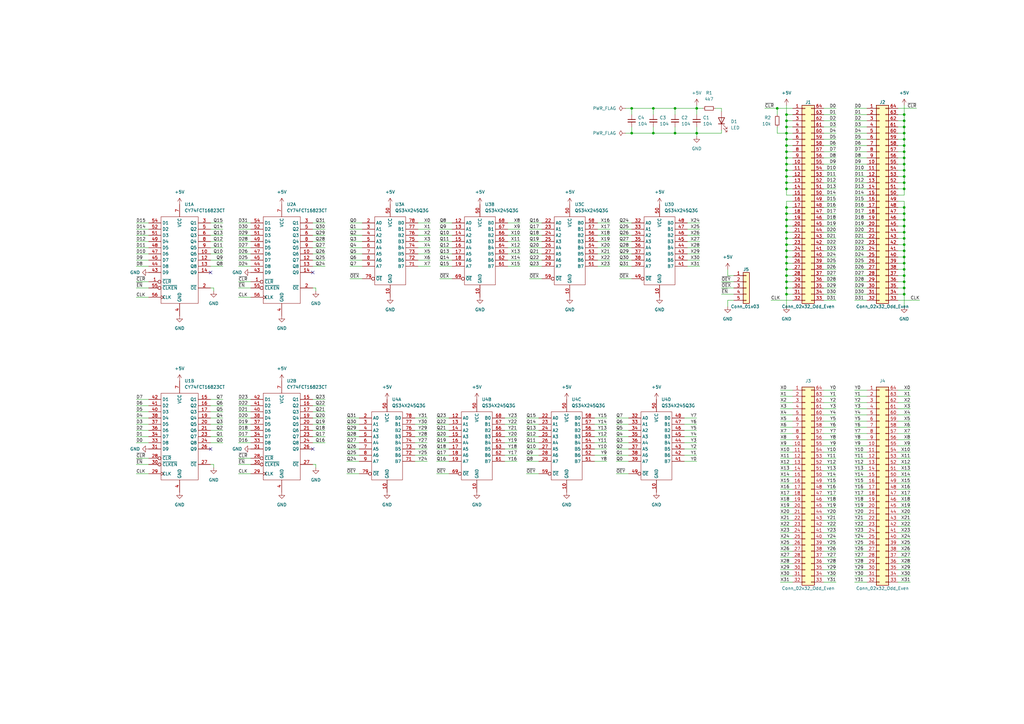
<source format=kicad_sch>
(kicad_sch (version 20211123) (generator eeschema)
  (paper "A3")
  (title_block (title "TTL RISC-V Register FIle -- Single Register") (date "2022-07-17") (rev "v1.0"))
  (junction (at 285.75 54.61))
  (junction (at 370.84 92.71))
  (junction (at 322.58 95.25))
  (junction (at 322.58 120.65))
  (junction (at 370.84 57.15))
  (junction (at 370.84 105.41))
  (junction (at 370.84 102.87))
  (junction (at 322.58 52.07))
  (junction (at 322.58 118.11))
  (junction (at 285.75 44.45))
  (junction (at 370.84 110.49))
  (junction (at 370.84 62.23))
  (junction (at 370.84 85.09))
  (junction (at 322.58 85.09))
  (junction (at 370.84 59.69))
  (junction (at 370.84 52.07))
  (junction (at 370.84 115.57))
  (junction (at 267.97 54.61))
  (junction (at 322.58 64.77))
  (junction (at 370.84 77.47))
  (junction (at 370.84 87.63))
  (junction (at 322.58 72.39))
  (junction (at 322.58 59.69))
  (junction (at 370.84 67.31))
  (junction (at 370.84 90.17))
  (junction (at 276.86 54.61))
  (junction (at 322.58 69.85))
  (junction (at 322.58 107.95))
  (junction (at 259.08 44.45))
  (junction (at 322.58 115.57))
  (junction (at 322.58 57.15))
  (junction (at 370.84 69.85))
  (junction (at 370.84 72.39))
  (junction (at 322.58 90.17))
  (junction (at 370.84 54.61))
  (junction (at 370.84 113.03))
  (junction (at 322.58 54.61))
  (junction (at 322.58 113.03))
  (junction (at 370.84 74.93))
  (junction (at 322.58 102.87))
  (junction (at 370.84 95.25))
  (junction (at 370.84 46.99))
  (junction (at 370.84 100.33))
  (junction (at 322.58 97.79))
  (junction (at 370.84 49.53))
  (junction (at 322.58 100.33))
  (junction (at 322.58 67.31))
  (junction (at 322.58 62.23))
  (junction (at 370.84 118.11))
  (junction (at 370.84 120.65))
  (junction (at 322.58 49.53))
  (junction (at 370.84 97.79))
  (junction (at 267.97 44.45))
  (junction (at 370.84 107.95))
  (junction (at 318.77 44.45))
  (junction (at 322.58 74.93))
  (junction (at 276.86 44.45))
  (junction (at 322.58 92.71))
  (junction (at 322.58 110.49))
  (junction (at 322.58 77.47))
  (junction (at 259.08 54.61))
  (junction (at 322.58 46.99))
  (junction (at 370.84 64.77))
  (junction (at 322.58 87.63))
  (junction (at 322.58 105.41))
  (no_connect (at 86.36 111.76))
  (no_connect (at 86.36 184.15))
  (no_connect (at 128.27 111.76))
  (no_connect (at 128.27 184.15))
  (wire (pts (xy 143.51 104.14) (xy 148.59 104.14)))
  (wire (pts (xy 55.88 106.68) (xy 60.96 106.68)))
  (wire (pts (xy 350.52 74.93) (xy 355.6 74.93)))
  (wire (pts (xy 355.6 220.98) (xy 350.52 220.98)))
  (wire (pts (xy 320.04 203.2) (xy 325.12 203.2)))
  (wire (pts (xy 320.04 200.66) (xy 325.12 200.66)))
  (wire (pts (xy 245.11 101.6) (xy 250.19 101.6)))
  (wire (pts (xy 373.38 208.28) (xy 368.3 208.28)))
  (wire (pts (xy 128.27 99.06) (xy 133.35 99.06)))
  (wire (pts (xy 55.88 163.83) (xy 60.96 163.83)))
  (wire (pts (xy 368.3 107.95) (xy 370.84 107.95)))
  (wire (pts (xy 207.01 186.69) (xy 212.09 186.69)))
  (wire (pts (xy 322.58 52.07) (xy 325.12 52.07)))
  (wire (pts (xy 254 91.44) (xy 259.08 91.44)))
  (wire (pts (xy 267.97 44.45) (xy 267.97 46.99)))
  (wire (pts (xy 97.79 106.68) (xy 102.87 106.68)))
  (wire (pts (xy 128.27 173.99) (xy 133.35 173.99)))
  (wire (pts (xy 322.58 82.55) (xy 322.58 85.09)))
  (wire (pts (xy 245.11 91.44) (xy 250.19 91.44)))
  (wire (pts (xy 368.3 105.41) (xy 370.84 105.41)))
  (wire (pts (xy 295.91 120.65) (xy 300.99 120.65)))
  (wire (pts (xy 325.12 113.03) (xy 322.58 113.03)))
  (wire (pts (xy 373.38 210.82) (xy 368.3 210.82)))
  (wire (pts (xy 320.04 193.04) (xy 325.12 193.04)))
  (wire (pts (xy 355.6 236.22) (xy 350.52 236.22)))
  (wire (pts (xy 350.52 113.03) (xy 355.6 113.03)))
  (wire (pts (xy 322.58 59.69) (xy 325.12 59.69)))
  (wire (pts (xy 355.6 218.44) (xy 350.52 218.44)))
  (wire (pts (xy 281.94 99.06) (xy 287.02 99.06)))
  (wire (pts (xy 128.27 104.14) (xy 133.35 104.14)))
  (wire (pts (xy 342.9 64.77) (xy 337.82 64.77)))
  (wire (pts (xy 128.27 171.45) (xy 133.35 171.45)))
  (wire (pts (xy 316.23 123.19) (xy 325.12 123.19)))
  (wire (pts (xy 208.28 106.68) (xy 213.36 106.68)))
  (wire (pts (xy 215.9 171.45) (xy 220.98 171.45)))
  (wire (pts (xy 370.84 118.11) (xy 370.84 120.65)))
  (wire (pts (xy 370.84 115.57) (xy 370.84 118.11)))
  (wire (pts (xy 320.04 228.6) (xy 325.12 228.6)))
  (wire (pts (xy 355.6 187.96) (xy 350.52 187.96)))
  (wire (pts (xy 280.67 186.69) (xy 285.75 186.69)))
  (wire (pts (xy 128.27 181.61) (xy 133.35 181.61)))
  (wire (pts (xy 86.36 91.44) (xy 91.44 91.44)))
  (wire (pts (xy 373.38 236.22) (xy 368.3 236.22)))
  (wire (pts (xy 373.38 231.14) (xy 368.3 231.14)))
  (wire (pts (xy 86.36 173.99) (xy 91.44 173.99)))
  (wire (pts (xy 325.12 90.17) (xy 322.58 90.17)))
  (wire (pts (xy 97.79 176.53) (xy 102.87 176.53)))
  (wire (pts (xy 322.58 87.63) (xy 322.58 90.17)))
  (wire (pts (xy 86.36 99.06) (xy 91.44 99.06)))
  (wire (pts (xy 342.9 49.53) (xy 337.82 49.53)))
  (wire (pts (xy 350.52 80.01) (xy 355.6 80.01)))
  (wire (pts (xy 243.84 184.15) (xy 248.92 184.15)))
  (wire (pts (xy 322.58 46.99) (xy 322.58 49.53)))
  (wire (pts (xy 322.58 57.15) (xy 325.12 57.15)))
  (wire (pts (xy 280.67 184.15) (xy 285.75 184.15)))
  (wire (pts (xy 320.04 233.68) (xy 325.12 233.68)))
  (wire (pts (xy 252.73 181.61) (xy 257.81 181.61)))
  (wire (pts (xy 337.82 180.34) (xy 342.9 180.34)))
  (wire (pts (xy 370.84 49.53) (xy 368.3 49.53)))
  (wire (pts (xy 322.58 92.71) (xy 322.58 95.25)))
  (wire (pts (xy 350.52 67.31) (xy 355.6 67.31)))
  (wire (pts (xy 142.24 171.45) (xy 147.32 171.45)))
  (wire (pts (xy 322.58 85.09) (xy 325.12 85.09)))
  (wire (pts (xy 337.82 215.9) (xy 342.9 215.9)))
  (wire (pts (xy 337.82 205.74) (xy 342.9 205.74)))
  (wire (pts (xy 143.51 93.98) (xy 148.59 93.98)))
  (wire (pts (xy 342.9 54.61) (xy 337.82 54.61)))
  (wire (pts (xy 207.01 173.99) (xy 212.09 173.99)))
  (wire (pts (xy 322.58 49.53) (xy 322.58 52.07)))
  (wire (pts (xy 322.58 100.33) (xy 322.58 102.87)))
  (wire (pts (xy 355.6 228.6) (xy 350.52 228.6)))
  (wire (pts (xy 97.79 179.07) (xy 102.87 179.07)))
  (wire (pts (xy 350.52 105.41) (xy 355.6 105.41)))
  (wire (pts (xy 355.6 182.88) (xy 350.52 182.88)))
  (wire (pts (xy 180.34 99.06) (xy 185.42 99.06)))
  (wire (pts (xy 320.04 205.74) (xy 325.12 205.74)))
  (wire (pts (xy 342.9 113.03) (xy 337.82 113.03)))
  (wire (pts (xy 373.38 198.12) (xy 368.3 198.12)))
  (wire (pts (xy 171.45 104.14) (xy 176.53 104.14)))
  (wire (pts (xy 86.36 106.68) (xy 91.44 106.68)))
  (wire (pts (xy 355.6 160.02) (xy 350.52 160.02)))
  (wire (pts (xy 350.52 59.69) (xy 355.6 59.69)))
  (wire (pts (xy 342.9 77.47) (xy 337.82 77.47)))
  (wire (pts (xy 342.9 57.15) (xy 337.82 57.15)))
  (wire (pts (xy 322.58 115.57) (xy 322.58 118.11)))
  (wire (pts (xy 171.45 96.52) (xy 176.53 96.52)))
  (wire (pts (xy 97.79 121.92) (xy 102.87 121.92)))
  (wire (pts (xy 142.24 176.53) (xy 147.32 176.53)))
  (wire (pts (xy 373.38 226.06) (xy 368.3 226.06)))
  (wire (pts (xy 254 101.6) (xy 259.08 101.6)))
  (wire (pts (xy 143.51 91.44) (xy 148.59 91.44)))
  (wire (pts (xy 97.79 187.96) (xy 102.87 187.96)))
  (wire (pts (xy 370.84 97.79) (xy 368.3 97.79)))
  (wire (pts (xy 86.36 190.5) (xy 87.63 190.5)))
  (wire (pts (xy 322.58 49.53) (xy 325.12 49.53)))
  (wire (pts (xy 245.11 104.14) (xy 250.19 104.14)))
  (wire (pts (xy 368.3 64.77) (xy 370.84 64.77)))
  (wire (pts (xy 295.91 44.45) (xy 295.91 45.72)))
  (wire (pts (xy 355.6 223.52) (xy 350.52 223.52)))
  (wire (pts (xy 373.38 205.74) (xy 368.3 205.74)))
  (wire (pts (xy 318.77 54.61) (xy 322.58 54.61)))
  (wire (pts (xy 370.84 113.03) (xy 370.84 115.57)))
  (wire (pts (xy 342.9 110.49) (xy 337.82 110.49)))
  (wire (pts (xy 142.24 186.69) (xy 147.32 186.69)))
  (wire (pts (xy 295.91 115.57) (xy 300.99 115.57)))
  (wire (pts (xy 86.36 176.53) (xy 91.44 176.53)))
  (wire (pts (xy 322.58 57.15) (xy 322.58 59.69)))
  (wire (pts (xy 320.04 167.64) (xy 325.12 167.64)))
  (wire (pts (xy 355.6 165.1) (xy 350.52 165.1)))
  (wire (pts (xy 259.08 44.45) (xy 267.97 44.45)))
  (wire (pts (xy 322.58 107.95) (xy 322.58 110.49)))
  (wire (pts (xy 86.36 181.61) (xy 91.44 181.61)))
  (wire (pts (xy 259.08 44.45) (xy 259.08 46.99)))
  (wire (pts (xy 276.86 44.45) (xy 276.86 46.99)))
  (wire (pts (xy 355.6 200.66) (xy 350.52 200.66)))
  (wire (pts (xy 281.94 91.44) (xy 287.02 91.44)))
  (wire (pts (xy 342.9 95.25) (xy 337.82 95.25)))
  (wire (pts (xy 128.27 163.83) (xy 133.35 163.83)))
  (wire (pts (xy 373.38 170.18) (xy 368.3 170.18)))
  (wire (pts (xy 322.58 92.71) (xy 325.12 92.71)))
  (wire (pts (xy 86.36 171.45) (xy 91.44 171.45)))
  (wire (pts (xy 355.6 238.76) (xy 350.52 238.76)))
  (wire (pts (xy 55.88 166.37) (xy 60.96 166.37)))
  (wire (pts (xy 215.9 176.53) (xy 220.98 176.53)))
  (wire (pts (xy 86.36 101.6) (xy 91.44 101.6)))
  (wire (pts (xy 350.52 107.95) (xy 355.6 107.95)))
  (wire (pts (xy 252.73 171.45) (xy 257.81 171.45)))
  (wire (pts (xy 370.84 54.61) (xy 368.3 54.61)))
  (wire (pts (xy 373.38 180.34) (xy 368.3 180.34)))
  (wire (pts (xy 55.88 91.44) (xy 60.96 91.44)))
  (wire (pts (xy 342.9 69.85) (xy 337.82 69.85)))
  (wire (pts (xy 320.04 238.76) (xy 325.12 238.76)))
  (wire (pts (xy 170.18 186.69) (xy 175.26 186.69)))
  (wire (pts (xy 342.9 87.63) (xy 337.82 87.63)))
  (wire (pts (xy 320.04 177.8) (xy 325.12 177.8)))
  (wire (pts (xy 342.9 107.95) (xy 337.82 107.95)))
  (wire (pts (xy 217.17 96.52) (xy 222.25 96.52)))
  (wire (pts (xy 243.84 179.07) (xy 248.92 179.07)))
  (wire (pts (xy 320.04 175.26) (xy 325.12 175.26)))
  (wire (pts (xy 342.9 62.23) (xy 337.82 62.23)))
  (wire (pts (xy 171.45 99.06) (xy 176.53 99.06)))
  (wire (pts (xy 281.94 106.68) (xy 287.02 106.68)))
  (wire (pts (xy 373.38 187.96) (xy 368.3 187.96)))
  (wire (pts (xy 179.07 186.69) (xy 184.15 186.69)))
  (wire (pts (xy 368.3 115.57) (xy 370.84 115.57)))
  (wire (pts (xy 207.01 189.23) (xy 212.09 189.23)))
  (wire (pts (xy 368.3 120.65) (xy 370.84 120.65)))
  (wire (pts (xy 337.82 187.96) (xy 342.9 187.96)))
  (wire (pts (xy 320.04 185.42) (xy 325.12 185.42)))
  (wire (pts (xy 97.79 166.37) (xy 102.87 166.37)))
  (wire (pts (xy 373.38 165.1) (xy 368.3 165.1)))
  (wire (pts (xy 171.45 93.98) (xy 176.53 93.98)))
  (wire (pts (xy 320.04 198.12) (xy 325.12 198.12)))
  (wire (pts (xy 285.75 44.45) (xy 285.75 46.99)))
  (wire (pts (xy 207.01 171.45) (xy 212.09 171.45)))
  (wire (pts (xy 342.9 120.65) (xy 337.82 120.65)))
  (wire (pts (xy 370.84 59.69) (xy 370.84 62.23)))
  (wire (pts (xy 143.51 101.6) (xy 148.59 101.6)))
  (wire (pts (xy 285.75 54.61) (xy 285.75 55.88)))
  (wire (pts (xy 128.27 109.22) (xy 133.35 109.22)))
  (wire (pts (xy 322.58 67.31) (xy 325.12 67.31)))
  (wire (pts (xy 370.84 77.47) (xy 370.84 80.01)))
  (wire (pts (xy 337.82 218.44) (xy 342.9 218.44)))
  (wire (pts (xy 373.38 190.5) (xy 368.3 190.5)))
  (wire (pts (xy 320.04 213.36) (xy 325.12 213.36)))
  (wire (pts (xy 325.12 110.49) (xy 322.58 110.49)))
  (wire (pts (xy 342.9 52.07) (xy 337.82 52.07)))
  (wire (pts (xy 370.84 85.09) (xy 368.3 85.09)))
  (wire (pts (xy 350.52 82.55) (xy 355.6 82.55)))
  (wire (pts (xy 322.58 52.07) (xy 322.58 54.61)))
  (wire (pts (xy 245.11 93.98) (xy 250.19 93.98)))
  (wire (pts (xy 320.04 208.28) (xy 325.12 208.28)))
  (wire (pts (xy 322.58 110.49) (xy 322.58 113.03)))
  (wire (pts (xy 355.6 175.26) (xy 350.52 175.26)))
  (wire (pts (xy 128.27 106.68) (xy 133.35 106.68)))
  (wire (pts (xy 342.9 44.45) (xy 337.82 44.45)))
  (wire (pts (xy 320.04 162.56) (xy 325.12 162.56)))
  (wire (pts (xy 97.79 118.11) (xy 102.87 118.11)))
  (wire (pts (xy 373.38 185.42) (xy 368.3 185.42)))
  (wire (pts (xy 256.54 44.45) (xy 259.08 44.45)))
  (wire (pts (xy 355.6 195.58) (xy 350.52 195.58)))
  (wire (pts (xy 337.82 167.64) (xy 342.9 167.64)))
  (wire (pts (xy 142.24 184.15) (xy 147.32 184.15)))
  (wire (pts (xy 342.9 92.71) (xy 337.82 92.71)))
  (wire (pts (xy 55.88 194.31) (xy 60.96 194.31)))
  (wire (pts (xy 370.84 69.85) (xy 368.3 69.85)))
  (wire (pts (xy 350.52 118.11) (xy 355.6 118.11)))
  (wire (pts (xy 281.94 101.6) (xy 287.02 101.6)))
  (wire (pts (xy 243.84 173.99) (xy 248.92 173.99)))
  (wire (pts (xy 355.6 210.82) (xy 350.52 210.82)))
  (wire (pts (xy 267.97 54.61) (xy 276.86 54.61)))
  (wire (pts (xy 342.9 123.19) (xy 337.82 123.19)))
  (wire (pts (xy 86.36 96.52) (xy 91.44 96.52)))
  (wire (pts (xy 128.27 118.11) (xy 129.54 118.11)))
  (wire (pts (xy 350.52 49.53) (xy 355.6 49.53)))
  (wire (pts (xy 355.6 177.8) (xy 350.52 177.8)))
  (wire (pts (xy 370.84 46.99) (xy 370.84 49.53)))
  (wire (pts (xy 370.84 43.18) (xy 370.84 46.99)))
  (wire (pts (xy 337.82 208.28) (xy 342.9 208.28)))
  (wire (pts (xy 322.58 64.77) (xy 322.58 67.31)))
  (wire (pts (xy 55.88 173.99) (xy 60.96 173.99)))
  (wire (pts (xy 355.6 198.12) (xy 350.52 198.12)))
  (wire (pts (xy 86.36 118.11) (xy 87.63 118.11)))
  (wire (pts (xy 373.38 172.72) (xy 368.3 172.72)))
  (wire (pts (xy 325.12 105.41) (xy 322.58 105.41)))
  (wire (pts (xy 320.04 218.44) (xy 325.12 218.44)))
  (wire (pts (xy 170.18 179.07) (xy 175.26 179.07)))
  (wire (pts (xy 252.73 176.53) (xy 257.81 176.53)))
  (wire (pts (xy 370.84 72.39) (xy 370.84 74.93)))
  (wire (pts (xy 350.52 77.47) (xy 355.6 77.47)))
  (wire (pts (xy 179.07 184.15) (xy 184.15 184.15)))
  (wire (pts (xy 97.79 93.98) (xy 102.87 93.98)))
  (wire (pts (xy 252.73 189.23) (xy 257.81 189.23)))
  (wire (pts (xy 350.52 69.85) (xy 355.6 69.85)))
  (wire (pts (xy 128.27 179.07) (xy 133.35 179.07)))
  (wire (pts (xy 370.84 80.01) (xy 368.3 80.01)))
  (wire (pts (xy 97.79 163.83) (xy 102.87 163.83)))
  (wire (pts (xy 337.82 162.56) (xy 342.9 162.56)))
  (wire (pts (xy 370.84 92.71) (xy 368.3 92.71)))
  (wire (pts (xy 320.04 210.82) (xy 325.12 210.82)))
  (wire (pts (xy 97.79 91.44) (xy 102.87 91.44)))
  (wire (pts (xy 370.84 62.23) (xy 370.84 64.77)))
  (wire (pts (xy 355.6 185.42) (xy 350.52 185.42)))
  (wire (pts (xy 128.27 168.91) (xy 133.35 168.91)))
  (wire (pts (xy 342.9 72.39) (xy 337.82 72.39)))
  (wire (pts (xy 86.36 168.91) (xy 91.44 168.91)))
  (wire (pts (xy 322.58 72.39) (xy 325.12 72.39)))
  (wire (pts (xy 55.88 104.14) (xy 60.96 104.14)))
  (wire (pts (xy 350.52 52.07) (xy 355.6 52.07)))
  (wire (pts (xy 97.79 181.61) (xy 102.87 181.61)))
  (wire (pts (xy 281.94 104.14) (xy 287.02 104.14)))
  (wire (pts (xy 252.73 184.15) (xy 257.81 184.15)))
  (wire (pts (xy 281.94 109.22) (xy 287.02 109.22)))
  (wire (pts (xy 243.84 189.23) (xy 248.92 189.23)))
  (wire (pts (xy 337.82 226.06) (xy 342.9 226.06)))
  (wire (pts (xy 370.84 64.77) (xy 370.84 67.31)))
  (wire (pts (xy 370.84 82.55) (xy 370.84 85.09)))
  (wire (pts (xy 208.28 93.98) (xy 213.36 93.98)))
  (wire (pts (xy 180.34 91.44) (xy 185.42 91.44)))
  (wire (pts (xy 128.27 101.6) (xy 133.35 101.6)))
  (wire (pts (xy 373.38 167.64) (xy 368.3 167.64)))
  (wire (pts (xy 350.52 102.87) (xy 355.6 102.87)))
  (wire (pts (xy 86.36 163.83) (xy 91.44 163.83)))
  (wire (pts (xy 215.9 194.31) (xy 220.98 194.31)))
  (wire (pts (xy 325.12 115.57) (xy 322.58 115.57)))
  (wire (pts (xy 208.28 99.06) (xy 213.36 99.06)))
  (wire (pts (xy 215.9 173.99) (xy 220.98 173.99)))
  (wire (pts (xy 298.45 113.03) (xy 300.99 113.03)))
  (wire (pts (xy 217.17 104.14) (xy 222.25 104.14)))
  (wire (pts (xy 208.28 104.14) (xy 213.36 104.14)))
  (wire (pts (xy 322.58 43.18) (xy 322.58 46.99)))
  (wire (pts (xy 313.69 44.45) (xy 318.77 44.45)))
  (wire (pts (xy 322.58 72.39) (xy 322.58 74.93)))
  (wire (pts (xy 276.86 54.61) (xy 285.75 54.61)))
  (wire (pts (xy 350.52 64.77) (xy 355.6 64.77)))
  (wire (pts (xy 128.27 91.44) (xy 133.35 91.44)))
  (wire (pts (xy 370.84 54.61) (xy 370.84 57.15)))
  (wire (pts (xy 180.34 96.52) (xy 185.42 96.52)))
  (wire (pts (xy 350.52 54.61) (xy 355.6 54.61)))
  (wire (pts (xy 322.58 97.79) (xy 325.12 97.79)))
  (wire (pts (xy 267.97 44.45) (xy 276.86 44.45)))
  (wire (pts (xy 370.84 69.85) (xy 370.84 72.39)))
  (wire (pts (xy 322.58 67.31) (xy 322.58 69.85)))
  (wire (pts (xy 322.58 120.65) (xy 322.58 125.73)))
  (wire (pts (xy 325.12 87.63) (xy 322.58 87.63)))
  (wire (pts (xy 254 99.06) (xy 259.08 99.06)))
  (wire (pts (xy 337.82 223.52) (xy 342.9 223.52)))
  (wire (pts (xy 285.75 43.18) (xy 285.75 44.45)))
  (wire (pts (xy 337.82 182.88) (xy 342.9 182.88)))
  (wire (pts (xy 322.58 77.47) (xy 325.12 77.47)))
  (wire (pts (xy 370.84 87.63) (xy 370.84 90.17)))
  (wire (pts (xy 320.04 160.02) (xy 325.12 160.02)))
  (wire (pts (xy 337.82 170.18) (xy 342.9 170.18)))
  (wire (pts (xy 298.45 123.19) (xy 300.99 123.19)))
  (wire (pts (xy 128.27 190.5) (xy 129.54 190.5)))
  (wire (pts (xy 350.52 110.49) (xy 355.6 110.49)))
  (wire (pts (xy 86.36 166.37) (xy 91.44 166.37)))
  (wire (pts (xy 370.84 72.39) (xy 368.3 72.39)))
  (wire (pts (xy 180.34 114.3) (xy 185.42 114.3)))
  (wire (pts (xy 337.82 172.72) (xy 342.9 172.72)))
  (wire (pts (xy 171.45 101.6) (xy 176.53 101.6)))
  (wire (pts (xy 322.58 90.17) (xy 322.58 92.71)))
  (wire (pts (xy 281.94 96.52) (xy 287.02 96.52)))
  (wire (pts (xy 180.34 101.6) (xy 185.42 101.6)))
  (wire (pts (xy 320.04 223.52) (xy 325.12 223.52)))
  (wire (pts (xy 259.08 52.07) (xy 259.08 54.61)))
  (wire (pts (xy 55.88 176.53) (xy 60.96 176.53)))
  (wire (pts (xy 373.38 218.44) (xy 368.3 218.44)))
  (wire (pts (xy 350.52 123.19) (xy 355.6 123.19)))
  (wire (pts (xy 325.12 120.65) (xy 322.58 120.65)))
  (wire (pts (xy 373.38 233.68) (xy 368.3 233.68)))
  (wire (pts (xy 322.58 97.79) (xy 322.58 100.33)))
  (wire (pts (xy 350.52 95.25) (xy 355.6 95.25)))
  (wire (pts (xy 325.12 64.77) (xy 322.58 64.77)))
  (wire (pts (xy 254 106.68) (xy 259.08 106.68)))
  (wire (pts (xy 355.6 215.9) (xy 350.52 215.9)))
  (wire (pts (xy 87.63 118.11) (xy 87.63 119.38)))
  (wire (pts (xy 318.77 44.45) (xy 325.12 44.45)))
  (wire (pts (xy 143.51 96.52) (xy 148.59 96.52)))
  (wire (pts (xy 373.38 215.9) (xy 368.3 215.9)))
  (wire (pts (xy 320.04 187.96) (xy 325.12 187.96)))
  (wire (pts (xy 215.9 189.23) (xy 220.98 189.23)))
  (wire (pts (xy 373.38 238.76) (xy 368.3 238.76)))
  (wire (pts (xy 142.24 189.23) (xy 147.32 189.23)))
  (wire (pts (xy 337.82 233.68) (xy 342.9 233.68)))
  (wire (pts (xy 55.88 99.06) (xy 60.96 99.06)))
  (wire (pts (xy 337.82 175.26) (xy 342.9 175.26)))
  (wire (pts (xy 128.27 93.98) (xy 133.35 93.98)))
  (wire (pts (xy 373.38 213.36) (xy 368.3 213.36)))
  (wire (pts (xy 143.51 114.3) (xy 148.59 114.3)))
  (wire (pts (xy 373.38 175.26) (xy 368.3 175.26)))
  (wire (pts (xy 207.01 176.53) (xy 212.09 176.53)))
  (wire (pts (xy 355.6 193.04) (xy 350.52 193.04)))
  (wire (pts (xy 350.52 100.33) (xy 355.6 100.33)))
  (wire (pts (xy 215.9 181.61) (xy 220.98 181.61)))
  (wire (pts (xy 280.67 181.61) (xy 285.75 181.61)))
  (wire (pts (xy 370.84 95.25) (xy 370.84 97.79)))
  (wire (pts (xy 322.58 95.25) (xy 322.58 97.79)))
  (wire (pts (xy 256.54 54.61) (xy 259.08 54.61)))
  (wire (pts (xy 370.84 92.71) (xy 370.84 95.25)))
  (wire (pts (xy 97.79 99.06) (xy 102.87 99.06)))
  (wire (pts (xy 337.82 228.6) (xy 342.9 228.6)))
  (wire (pts (xy 337.82 220.98) (xy 342.9 220.98)))
  (wire (pts (xy 350.52 120.65) (xy 355.6 120.65)))
  (wire (pts (xy 355.6 233.68) (xy 350.52 233.68)))
  (wire (pts (xy 245.11 99.06) (xy 250.19 99.06)))
  (wire (pts (xy 170.18 176.53) (xy 175.26 176.53)))
  (wire (pts (xy 342.9 90.17) (xy 337.82 90.17)))
  (wire (pts (xy 370.84 100.33) (xy 368.3 100.33)))
  (wire (pts (xy 373.38 193.04) (xy 368.3 193.04)))
  (wire (pts (xy 55.88 179.07) (xy 60.96 179.07)))
  (wire (pts (xy 373.38 162.56) (xy 368.3 162.56)))
  (wire (pts (xy 355.6 208.28) (xy 350.52 208.28)))
  (wire (pts (xy 280.67 173.99) (xy 285.75 173.99)))
  (wire (pts (xy 143.51 109.22) (xy 148.59 109.22)))
  (wire (pts (xy 337.82 236.22) (xy 342.9 236.22)))
  (wire (pts (xy 342.9 115.57) (xy 337.82 115.57)))
  (wire (pts (xy 215.9 186.69) (xy 220.98 186.69)))
  (wire (pts (xy 342.9 46.99) (xy 337.82 46.99)))
  (wire (pts (xy 355.6 226.06) (xy 350.52 226.06)))
  (wire (pts (xy 179.07 194.31) (xy 184.15 194.31)))
  (wire (pts (xy 342.9 85.09) (xy 337.82 85.09)))
  (wire (pts (xy 350.52 46.99) (xy 355.6 46.99)))
  (wire (pts (xy 128.27 166.37) (xy 133.35 166.37)))
  (wire (pts (xy 350.52 44.45) (xy 355.6 44.45)))
  (wire (pts (xy 370.84 57.15) (xy 368.3 57.15)))
  (wire (pts (xy 368.3 102.87) (xy 370.84 102.87)))
  (wire (pts (xy 370.84 90.17) (xy 370.84 92.71)))
  (wire (pts (xy 350.52 97.79) (xy 355.6 97.79)))
  (wire (pts (xy 280.67 176.53) (xy 285.75 176.53)))
  (wire (pts (xy 342.9 100.33) (xy 337.82 100.33)))
  (wire (pts (xy 325.12 107.95) (xy 322.58 107.95)))
  (wire (pts (xy 207.01 184.15) (xy 212.09 184.15)))
  (wire (pts (xy 55.88 109.22) (xy 60.96 109.22)))
  (wire (pts (xy 245.11 96.52) (xy 250.19 96.52)))
  (wire (pts (xy 243.84 176.53) (xy 248.92 176.53)))
  (wire (pts (xy 373.38 223.52) (xy 368.3 223.52)))
  (wire (pts (xy 320.04 182.88) (xy 325.12 182.88)))
  (wire (pts (xy 350.52 115.57) (xy 355.6 115.57)))
  (wire (pts (xy 129.54 118.11) (xy 129.54 119.38)))
  (wire (pts (xy 370.84 59.69) (xy 368.3 59.69)))
  (wire (pts (xy 280.67 179.07) (xy 285.75 179.07)))
  (wire (pts (xy 217.17 101.6) (xy 222.25 101.6)))
  (wire (pts (xy 370.84 110.49) (xy 370.84 113.03)))
  (wire (pts (xy 97.79 171.45) (xy 102.87 171.45)))
  (wire (pts (xy 337.82 238.76) (xy 342.9 238.76)))
  (wire (pts (xy 207.01 181.61) (xy 212.09 181.61)))
  (wire (pts (xy 170.18 171.45) (xy 175.26 171.45)))
  (wire (pts (xy 285.75 52.07) (xy 285.75 54.61)))
  (wire (pts (xy 350.52 90.17) (xy 355.6 90.17)))
  (wire (pts (xy 320.04 231.14) (xy 325.12 231.14)))
  (wire (pts (xy 320.04 220.98) (xy 325.12 220.98)))
  (wire (pts (xy 180.34 93.98) (xy 185.42 93.98)))
  (wire (pts (xy 337.82 177.8) (xy 342.9 177.8)))
  (wire (pts (xy 337.82 195.58) (xy 342.9 195.58)))
  (wire (pts (xy 322.58 113.03) (xy 322.58 115.57)))
  (wire (pts (xy 355.6 205.74) (xy 350.52 205.74)))
  (wire (pts (xy 243.84 181.61) (xy 248.92 181.61)))
  (wire (pts (xy 322.58 74.93) (xy 322.58 77.47)))
  (wire (pts (xy 350.52 85.09) (xy 355.6 85.09)))
  (wire (pts (xy 320.04 226.06) (xy 325.12 226.06)))
  (wire (pts (xy 373.38 203.2) (xy 368.3 203.2)))
  (wire (pts (xy 370.84 62.23) (xy 368.3 62.23)))
  (wire (pts (xy 179.07 173.99) (xy 184.15 173.99)))
  (wire (pts (xy 252.73 173.99) (xy 257.81 173.99)))
  (wire (pts (xy 355.6 190.5) (xy 350.52 190.5)))
  (wire (pts (xy 325.12 95.25) (xy 322.58 95.25)))
  (wire (pts (xy 322.58 54.61) (xy 325.12 54.61)))
  (wire (pts (xy 370.84 46.99) (xy 368.3 46.99)))
  (wire (pts (xy 87.63 190.5) (xy 87.63 191.77)))
  (wire (pts (xy 322.58 105.41) (xy 322.58 107.95)))
  (wire (pts (xy 254 93.98) (xy 259.08 93.98)))
  (wire (pts (xy 217.17 91.44) (xy 222.25 91.44)))
  (wire (pts (xy 355.6 203.2) (xy 350.52 203.2)))
  (wire (pts (xy 86.36 109.22) (xy 91.44 109.22)))
  (wire (pts (xy 320.04 172.72) (xy 325.12 172.72)))
  (wire (pts (xy 143.51 106.68) (xy 148.59 106.68)))
  (wire (pts (xy 337.82 190.5) (xy 342.9 190.5)))
  (wire (pts (xy 55.88 187.96) (xy 60.96 187.96)))
  (wire (pts (xy 325.12 102.87) (xy 322.58 102.87)))
  (wire (pts (xy 86.36 93.98) (xy 91.44 93.98)))
  (wire (pts (xy 355.6 172.72) (xy 350.52 172.72)))
  (wire (pts (xy 322.58 46.99) (xy 325.12 46.99)))
  (wire (pts (xy 342.9 118.11) (xy 337.82 118.11)))
  (wire (pts (xy 170.18 173.99) (xy 175.26 173.99)))
  (wire (pts (xy 322.58 85.09) (xy 322.58 87.63)))
  (wire (pts (xy 373.38 195.58) (xy 368.3 195.58)))
  (wire (pts (xy 320.04 170.18) (xy 325.12 170.18)))
  (wire (pts (xy 86.36 179.07) (xy 91.44 179.07)))
  (wire (pts (xy 171.45 106.68) (xy 176.53 106.68)))
  (wire (pts (xy 128.27 176.53) (xy 133.35 176.53)))
  (wire (pts (xy 217.17 93.98) (xy 222.25 93.98)))
  (wire (pts (xy 97.79 194.31) (xy 102.87 194.31)))
  (wire (pts (xy 318.77 52.07) (xy 318.77 54.61)))
  (wire (pts (xy 320.04 236.22) (xy 325.12 236.22)))
  (wire (pts (xy 370.84 120.65) (xy 370.84 125.73)))
  (wire (pts (xy 368.3 110.49) (xy 370.84 110.49)))
  (wire (pts (xy 142.24 194.31) (xy 147.32 194.31)))
  (wire (pts (xy 342.9 59.69) (xy 337.82 59.69)))
  (wire (pts (xy 298.45 125.73) (xy 298.45 123.19)))
  (wire (pts (xy 337.82 160.02) (xy 342.9 160.02)))
  (wire (pts (xy 350.52 92.71) (xy 355.6 92.71)))
  (wire (pts (xy 350.52 57.15) (xy 355.6 57.15)))
  (wire (pts (xy 373.38 182.88) (xy 368.3 182.88)))
  (wire (pts (xy 285.75 54.61) (xy 295.91 54.61)))
  (wire (pts (xy 370.84 77.47) (xy 368.3 77.47)))
  (wire (pts (xy 55.88 115.57) (xy 60.96 115.57)))
  (wire (pts (xy 370.84 67.31) (xy 368.3 67.31)))
  (wire (pts (xy 142.24 181.61) (xy 147.32 181.61)))
  (wire (pts (xy 342.9 82.55) (xy 337.82 82.55)))
  (wire (pts (xy 179.07 181.61) (xy 184.15 181.61)))
  (wire (pts (xy 281.94 93.98) (xy 287.02 93.98)))
  (wire (pts (xy 170.18 184.15) (xy 175.26 184.15)))
  (wire (pts (xy 342.9 97.79) (xy 337.82 97.79)))
  (wire (pts (xy 208.28 91.44) (xy 213.36 91.44)))
  (wire (pts (xy 276.86 52.07) (xy 276.86 54.61)))
  (wire (pts (xy 208.28 101.6) (xy 213.36 101.6)))
  (wire (pts (xy 373.38 160.02) (xy 368.3 160.02)))
  (wire (pts (xy 320.04 165.1) (xy 325.12 165.1)))
  (wire (pts (xy 171.45 109.22) (xy 176.53 109.22)))
  (wire (pts (xy 337.82 200.66) (xy 342.9 200.66)))
  (wire (pts (xy 370.84 52.07) (xy 368.3 52.07)))
  (wire (pts (xy 245.11 109.22) (xy 250.19 109.22)))
  (wire (pts (xy 370.84 97.79) (xy 370.84 100.33)))
  (wire (pts (xy 55.88 181.61) (xy 60.96 181.61)))
  (wire (pts (xy 355.6 231.14) (xy 350.52 231.14)))
  (wire (pts (xy 337.82 213.36) (xy 342.9 213.36)))
  (wire (pts (xy 368.3 95.25) (xy 370.84 95.25)))
  (wire (pts (xy 370.84 105.41) (xy 370.84 107.95)))
  (wire (pts (xy 355.6 162.56) (xy 350.52 162.56)))
  (wire (pts (xy 97.79 104.14) (xy 102.87 104.14)))
  (wire (pts (xy 179.07 171.45) (xy 184.15 171.45)))
  (wire (pts (xy 217.17 114.3) (xy 222.25 114.3)))
  (wire (pts (xy 337.82 231.14) (xy 342.9 231.14)))
  (wire (pts (xy 370.84 85.09) (xy 370.84 87.63)))
  (wire (pts (xy 342.9 102.87) (xy 337.82 102.87)))
  (wire (pts (xy 337.82 193.04) (xy 342.9 193.04)))
  (wire (pts (xy 215.9 184.15) (xy 220.98 184.15)))
  (wire (pts (xy 97.79 96.52) (xy 102.87 96.52)))
  (wire (pts (xy 180.34 109.22) (xy 185.42 109.22)))
  (wire (pts (xy 355.6 170.18) (xy 350.52 170.18)))
  (wire (pts (xy 377.19 123.19) (xy 368.3 123.19)))
  (wire (pts (xy 180.34 104.14) (xy 185.42 104.14)))
  (wire (pts (xy 370.84 74.93) (xy 368.3 74.93)))
  (wire (pts (xy 342.9 74.93) (xy 337.82 74.93)))
  (wire (pts (xy 55.88 121.92) (xy 60.96 121.92)))
  (wire (pts (xy 97.79 109.22) (xy 102.87 109.22)))
  (wire (pts (xy 342.9 105.41) (xy 337.82 105.41)))
  (wire (pts (xy 254 96.52) (xy 259.08 96.52)))
  (wire (pts (xy 370.84 74.93) (xy 370.84 77.47)))
  (wire (pts (xy 368.3 113.03) (xy 370.84 113.03)))
  (wire (pts (xy 337.82 198.12) (xy 342.9 198.12)))
  (wire (pts (xy 342.9 80.01) (xy 337.82 80.01)))
  (wire (pts (xy 55.88 93.98) (xy 60.96 93.98)))
  (wire (pts (xy 86.36 104.14) (xy 91.44 104.14)))
  (wire (pts (xy 350.52 72.39) (xy 355.6 72.39)))
  (wire (pts (xy 355.6 180.34) (xy 350.52 180.34)))
  (wire (pts (xy 337.82 185.42) (xy 342.9 185.42)))
  (wire (pts (xy 370.84 107.95) (xy 370.84 110.49)))
  (wire (pts (xy 298.45 110.49) (xy 298.45 113.03)))
  (wire (pts (xy 254 114.3) (xy 259.08 114.3)))
  (wire (pts (xy 143.51 99.06) (xy 148.59 99.06)))
  (wire (pts (xy 170.18 181.61) (xy 175.26 181.61)))
  (wire (pts (xy 207.01 179.07) (xy 212.09 179.07)))
  (wire (pts (xy 368.3 118.11) (xy 370.84 118.11)))
  (wire (pts (xy 370.84 67.31) (xy 370.84 69.85)))
  (wire (pts (xy 129.54 190.5) (xy 129.54 191.77)))
  (wire (pts (xy 128.27 96.52) (xy 133.35 96.52)))
  (wire (pts (xy 142.24 179.07) (xy 147.32 179.07)))
  (wire (pts (xy 276.86 44.45) (xy 285.75 44.45)))
  (wire (pts (xy 370.84 49.53) (xy 370.84 52.07)))
  (wire (pts (xy 322.58 54.61) (xy 322.58 57.15)))
  (wire (pts (xy 373.38 220.98) (xy 368.3 220.98)))
  (wire (pts (xy 350.52 62.23) (xy 355.6 62.23)))
  (wire (pts (xy 355.6 167.64) (xy 350.52 167.64)))
  (wire (pts (xy 322.58 74.93) (xy 325.12 74.93)))
  (wire (pts (xy 337.82 165.1) (xy 342.9 165.1)))
  (wire (pts (xy 322.58 100.33) (xy 325.12 100.33)))
  (wire (pts (xy 254 104.14) (xy 259.08 104.14)))
  (wire (pts (xy 368.3 90.17) (xy 370.84 90.17)))
  (wire (pts (xy 370.84 102.87) (xy 370.84 105.41)))
  (wire (pts (xy 55.88 168.91) (xy 60.96 168.91)))
  (wire (pts (xy 217.17 109.22) (xy 222.25 109.22)))
  (wire (pts (xy 217.17 99.06) (xy 222.25 99.06)))
  (wire (pts (xy 322.58 77.47) (xy 322.58 80.01)))
  (wire (pts (xy 322.58 82.55) (xy 325.12 82.55)))
  (wire (pts (xy 55.88 118.11) (xy 60.96 118.11)))
  (wire (pts (xy 322.58 62.23) (xy 325.12 62.23)))
  (wire (pts (xy 217.17 106.68) (xy 222.25 106.68)))
  (wire (pts (xy 285.75 44.45) (xy 288.29 44.45)))
  (wire (pts (xy 350.52 87.63) (xy 355.6 87.63)))
  (wire (pts (xy 373.38 200.66) (xy 368.3 200.66)))
  (wire (pts (xy 355.6 213.36) (xy 350.52 213.36)))
  (wire (pts (xy 243.84 171.45) (xy 248.92 171.45)))
  (wire (pts (xy 322.58 62.23) (xy 322.58 64.77)))
  (wire (pts (xy 179.07 189.23) (xy 184.15 189.23)))
  (wire (pts (xy 252.73 186.69) (xy 257.81 186.69)))
  (wire (pts (xy 180.34 106.68) (xy 185.42 106.68)))
  (wire (pts (xy 373.38 228.6) (xy 368.3 228.6)))
  (wire (pts (xy 97.79 168.91) (xy 102.87 168.91)))
  (wire (pts (xy 97.79 115.57) (xy 102.87 115.57)))
  (wire (pts (xy 368.3 87.63) (xy 370.84 87.63)))
  (wire (pts (xy 215.9 179.07) (xy 220.98 179.07)))
  (wire (pts (xy 55.88 190.5) (xy 60.96 190.5)))
  (wire (pts (xy 373.38 177.8) (xy 368.3 177.8)))
  (wire (pts (xy 179.07 176.53) (xy 184.15 176.53)))
  (wire (pts (xy 370.84 82.55) (xy 368.3 82.55)))
  (wire (pts (xy 342.9 67.31) (xy 337.82 67.31)))
  (wire (pts (xy 142.24 173.99) (xy 147.32 173.99)))
  (wire (pts (xy 295.91 118.11) (xy 300.99 118.11)))
  (wire (pts (xy 254 109.22) (xy 259.08 109.22)))
  (wire (pts (xy 322.58 80.01) (xy 325.12 80.01)))
  (wire (pts (xy 243.84 186.69) (xy 248.92 186.69)))
  (wire (pts (xy 267.97 52.07) (xy 267.97 54.61)))
  (wire (pts (xy 337.82 203.2) (xy 342.9 203.2)))
  (wire (pts (xy 280.67 171.45) (xy 285.75 171.45)))
  (wire (pts (xy 320.04 180.34) (xy 325.12 180.34)))
  (wire (pts (xy 370.84 52.07) (xy 370.84 54.61)))
  (wire (pts (xy 171.45 91.44) (xy 176.53 91.44)))
  (wire (pts (xy 295.91 54.61) (xy 295.91 53.34)))
  (wire (pts (xy 259.08 54.61) (xy 267.97 54.61)))
  (wire (pts (xy 320.04 195.58) (xy 325.12 195.58)))
  (wire (pts (xy 55.88 171.45) (xy 60.96 171.45)))
  (wire (pts (xy 322.58 102.87) (xy 322.58 105.41)))
  (wire (pts (xy 320.04 215.9) (xy 325.12 215.9)))
  (wire (pts (xy 55.88 96.52) (xy 60.96 96.52)))
  (wire (pts (xy 179.07 179.07) (xy 184.15 179.07)))
  (wire (pts (xy 252.73 179.07) (xy 257.81 179.07)))
  (wire (pts (xy 370.84 57.15) (xy 370.84 59.69)))
  (wire (pts (xy 368.3 44.45) (xy 375.92 44.45)))
  (wire (pts (xy 280.67 189.23) (xy 285.75 189.23)))
  (wire (pts (xy 322.58 118.11) (xy 322.58 120.65)))
  (wire (pts (xy 97.79 173.99) (xy 102.87 173.99)))
  (wire (pts (xy 322.58 69.85) (xy 325.12 69.85)))
  (wire (pts (xy 325.12 118.11) (xy 322.58 118.11)))
  (wire (pts (xy 97.79 190.5) (xy 102.87 190.5)))
  (wire (pts (xy 208.28 109.22) (xy 213.36 109.22)))
  (wire (pts (xy 320.04 190.5) (xy 325.12 190.5)))
  (wire (pts (xy 318.77 44.45) (xy 318.77 46.99)))
  (wire (pts (xy 245.11 106.68) (xy 250.19 106.68)))
  (wire (pts (xy 322.58 59.69) (xy 322.58 62.23)))
  (wire (pts (xy 293.37 44.45) (xy 295.91 44.45)))
  (wire (pts (xy 252.73 194.31) (xy 257.81 194.31)))
  (wire (pts (xy 208.28 96.52) (xy 213.36 96.52)))
  (wire (pts (xy 55.88 101.6) (xy 60.96 101.6)))
  (wire (pts (xy 370.84 100.33) (xy 370.84 102.87)))
  (wire (pts (xy 170.18 189.23) (xy 175.26 189.23)))
  (wire (pts (xy 322.58 69.85) (xy 322.58 72.39)))
  (wire (pts (xy 97.79 101.6) (xy 102.87 101.6)))
  (wire (pts (xy 337.82 210.82) (xy 342.9 210.82)))
  (label "Q18" (at 179.07 184.15 0))
  (label "X6" (at 320.04 175.26 0))
  (label "D26" (at 342.9 110.49 180))
  (label "X22" (at 373.38 215.9 180))
  (label "Q26" (at 142.24 184.15 0))
  (label "Y31" (at 342.9 238.76 180))
  (label "Q22" (at 133.35 166.37 180))
  (label "X27" (at 320.04 228.6 0))
  (label "Q13" (at 215.9 176.53 0))
  (label "D12" (at 350.52 74.93 0))
  (label "X12" (at 373.38 190.5 180))
  (label "D6" (at 55.88 166.37 0))
  (label "D15" (at 342.9 82.55 180))
  (label "Y0" (at 285.75 189.23 180))
  (label "X18" (at 373.38 205.74 180))
  (label "X14" (at 373.38 195.58 180))
  (label "Q6" (at 143.51 106.68 0))
  (label "D23" (at 342.9 102.87 180))
  (label "D12" (at 342.9 74.93 180))
  (label "Q23" (at 133.35 163.83 180))
  (label "Q12" (at 180.34 101.6 0))
  (label "X6" (at 373.38 175.26 180))
  (label "Q16" (at 217.17 91.44 0))
  (label "X9" (at 213.36 93.98 180))
  (label "Y17" (at 212.09 186.69 180))
  (label "X7" (at 320.04 177.8 0))
  (label "~{CLR}" (at 375.92 44.45 180))
  (label "Y0" (at 342.9 160.02 180))
  (label "Q13" (at 180.34 104.14 0))
  (label "Q7" (at 252.73 171.45 0))
  (label "D5" (at 342.9 57.15 180))
  (label "D15" (at 55.88 91.44 0))
  (label "X10" (at 213.36 96.52 180))
  (label "D27" (at 350.52 113.03 0))
  (label "Q0" (at 252.73 189.23 0))
  (label "Q28" (at 133.35 99.06 180))
  (label "Y18" (at 212.09 184.15 180))
  (label "D1" (at 342.9 46.99 180))
  (label "X23" (at 373.38 218.44 180))
  (label "Y4" (at 342.9 170.18 180))
  (label "~{OEY}" (at 179.07 194.31 0))
  (label "D8" (at 342.9 64.77 180))
  (label "Y19" (at 212.09 181.61 180))
  (label "D22" (at 97.79 166.37 0))
  (label "X18" (at 320.04 205.74 0))
  (label "X17" (at 320.04 203.2 0))
  (label "X21" (at 320.04 213.36 0))
  (label "Y15" (at 350.52 198.12 0))
  (label "Y20" (at 342.9 210.82 180))
  (label "D11" (at 55.88 101.6 0))
  (label "D25" (at 342.9 107.95 180))
  (label "Y3" (at 342.9 167.64 180))
  (label "D30" (at 350.52 120.65 0))
  (label "X15" (at 373.38 198.12 180))
  (label "CLK" (at 97.79 121.92 0))
  (label "D3" (at 350.52 52.07 0))
  (label "Q24" (at 142.24 189.23 0))
  (label "Q19" (at 217.17 99.06 0))
  (label "Y13" (at 350.52 193.04 0))
  (label "Y23" (at 350.52 218.44 0))
  (label "X28" (at 320.04 231.14 0))
  (label "D4" (at 55.88 171.45 0))
  (label "~{CLR}" (at 313.69 44.45 0))
  (label "X0" (at 320.04 160.02 0))
  (label "D2" (at 342.9 49.53 180))
  (label "Y12" (at 248.92 179.07 180))
  (label "X20" (at 373.38 210.82 180))
  (label "X14" (at 320.04 195.58 0))
  (label "D7" (at 342.9 62.23 180))
  (label "D0" (at 350.52 44.45 0))
  (label "D5" (at 350.52 57.15 0))
  (label "Q28" (at 254 101.6 0))
  (label "~{EN}" (at 97.79 190.5 0))
  (label "X4" (at 320.04 170.18 0))
  (label "Y15" (at 248.92 171.45 180))
  (label "D31" (at 342.9 123.19 180))
  (label "X5" (at 176.53 104.14 180))
  (label "X21" (at 250.19 104.14 180))
  (label "D2" (at 55.88 176.53 0))
  (label "X15" (at 213.36 109.22 180))
  (label "Q11" (at 180.34 99.06 0))
  (label "X22" (at 250.19 106.68 180))
  (label "Y9" (at 248.92 186.69 180))
  (label "X20" (at 320.04 210.82 0))
  (label "Q18" (at 217.17 96.52 0))
  (label "Y30" (at 342.9 236.22 180))
  (label "Q2" (at 91.44 176.53 180))
  (label "Q16" (at 179.07 189.23 0))
  (label "Y28" (at 175.26 179.07 180))
  (label "X1" (at 320.04 162.56 0))
  (label "~{OEX}" (at 143.51 114.3 0))
  (label "~{OEX}" (at 180.34 114.3 0))
  (label "Y19" (at 342.9 208.28 180))
  (label "X22" (at 320.04 215.9 0))
  (label "X31" (at 373.38 238.76 180))
  (label "D2" (at 350.52 49.53 0))
  (label "D13" (at 342.9 77.47 180))
  (label "D13" (at 350.52 77.47 0))
  (label "X31" (at 320.04 238.76 0))
  (label "Q17" (at 133.35 179.07 180))
  (label "Y0" (at 350.52 160.02 0))
  (label "Q4" (at 91.44 171.45 180))
  (label "Y23" (at 212.09 171.45 180))
  (label "~{OEX}" (at 217.17 114.3 0))
  (label "Q14" (at 180.34 106.68 0))
  (label "D27" (at 342.9 113.03 180))
  (label "D21" (at 342.9 97.79 180))
  (label "D18" (at 350.52 90.17 0))
  (label "D24" (at 350.52 105.41 0))
  (label "D4" (at 342.9 54.61 180))
  (label "Y11" (at 342.9 187.96 180))
  (label "D17" (at 342.9 87.63 180))
  (label "D10" (at 350.52 69.85 0))
  (label "X30" (at 320.04 236.22 0))
  (label "Q5" (at 91.44 168.91 180))
  (label "D18" (at 97.79 176.53 0))
  (label "~{OEX}" (at 295.91 118.11 0))
  (label "Q1" (at 143.51 93.98 0))
  (label "X5" (at 373.38 172.72 180))
  (label "Q15" (at 180.34 109.22 0))
  (label "Y10" (at 342.9 185.42 180))
  (label "D29" (at 97.79 96.52 0))
  (label "Q2" (at 143.51 96.52 0))
  (label "D28" (at 350.52 115.57 0))
  (label "Y20" (at 212.09 179.07 180))
  (label "X5" (at 320.04 172.72 0))
  (label "X12" (at 320.04 190.5 0))
  (label "Y5" (at 342.9 172.72 180))
  (label "D1" (at 55.88 179.07 0))
  (label "Y29" (at 175.26 176.53 180))
  (label "D14" (at 350.52 80.01 0))
  (label "D1" (at 350.52 46.99 0))
  (label "D25" (at 350.52 107.95 0))
  (label "Q31" (at 133.35 91.44 180))
  (label "Q19" (at 133.35 173.99 180))
  (label "~{EN}" (at 55.88 190.5 0))
  (label "Q8" (at 215.9 189.23 0))
  (label "Y12" (at 342.9 190.5 180))
  (label "Y30" (at 175.26 173.99 180))
  (label "X28" (at 373.38 231.14 180))
  (label "Y29" (at 350.52 233.68 0))
  (label "Y25" (at 350.52 223.52 0))
  (label "D29" (at 342.9 118.11 180))
  (label "Y13" (at 342.9 193.04 180))
  (label "D19" (at 97.79 173.99 0))
  (label "D6" (at 342.9 59.69 180))
  (label "Y9" (at 342.9 182.88 180))
  (label "Y14" (at 350.52 195.58 0))
  (label "Q22" (at 217.17 106.68 0))
  (label "~{EN}" (at 55.88 118.11 0))
  (label "Q7" (at 143.51 109.22 0))
  (label "Q21" (at 133.35 168.91 180))
  (label "Q12" (at 91.44 99.06 180))
  (label "X19" (at 320.04 208.28 0))
  (label "D28" (at 97.79 99.06 0))
  (label "D30" (at 342.9 120.65 180))
  (label "Y13" (at 248.92 176.53 180))
  (label "Q31" (at 254 109.22 0))
  (label "Q13" (at 91.44 96.52 180))
  (label "Q24" (at 133.35 109.22 180))
  (label "Q7" (at 91.44 163.83 180))
  (label "X8" (at 320.04 180.34 0))
  (label "X9" (at 320.04 182.88 0))
  (label "X8" (at 213.36 91.44 180))
  (label "X25" (at 320.04 223.52 0))
  (label "D7" (at 55.88 163.83 0))
  (label "D8" (at 55.88 109.22 0))
  (label "Q22" (at 179.07 173.99 0))
  (label "Y24" (at 342.9 220.98 180))
  (label "Q2" (at 252.73 184.15 0))
  (label "D4" (at 350.52 54.61 0))
  (label "D9" (at 55.88 106.68 0))
  (label "Y2" (at 285.75 184.15 180))
  (label "Y18" (at 342.9 205.74 180))
  (label "~{CLR}" (at 97.79 187.96 0))
  (label "X0" (at 176.53 91.44 180))
  (label "Y4" (at 350.52 170.18 0))
  (label "D16" (at 342.9 85.09 180))
  (label "X13" (at 320.04 193.04 0))
  (label "D17" (at 350.52 87.63 0))
  (label "X31" (at 287.02 109.22 180))
  (label "CLK" (at 377.19 123.19 180))
  (label "X25" (at 287.02 93.98 180))
  (label "X17" (at 373.38 203.2 180))
  (label "Q5" (at 252.73 176.53 0))
  (label "Q30" (at 133.35 93.98 180))
  (label "Y6" (at 285.75 173.99 180))
  (label "X7" (at 176.53 109.22 180))
  (label "D14" (at 342.9 80.01 180))
  (label "Y2" (at 342.9 165.1 180))
  (label "X7" (at 373.38 177.8 180))
  (label "Y8" (at 248.92 189.23 180))
  (label "Y7" (at 350.52 177.8 0))
  (label "Q27" (at 133.35 101.6 180))
  (label "Q20" (at 133.35 171.45 180))
  (label "X19" (at 373.38 208.28 180))
  (label "Q5" (at 143.51 104.14 0))
  (label "D23" (at 97.79 163.83 0))
  (label "X29" (at 287.02 104.14 180))
  (label "Q1" (at 91.44 179.07 180))
  (label "Q3" (at 252.73 181.61 0))
  (label "X20" (at 250.19 101.6 180))
  (label "Y24" (at 175.26 189.23 180))
  (label "X3" (at 373.38 167.64 180))
  (label "Q21" (at 217.17 104.14 0))
  (label "Y6" (at 342.9 175.26 180))
  (label "Q17" (at 179.07 186.69 0))
  (label "Y27" (at 175.26 181.61 180))
  (label "X11" (at 320.04 187.96 0))
  (label "Y3" (at 285.75 181.61 180))
  (label "D31" (at 350.52 123.19 0))
  (label "Q8" (at 91.44 109.22 180))
  (label "D20" (at 97.79 171.45 0))
  (label "Y24" (at 350.52 220.98 0))
  (label "Q14" (at 91.44 93.98 180))
  (label "D14" (at 55.88 93.98 0))
  (label "D3" (at 55.88 173.99 0))
  (label "X3" (at 320.04 167.64 0))
  (label "Y29" (at 342.9 233.68 180))
  (label "Y31" (at 175.26 171.45 180))
  (label "X28" (at 287.02 101.6 180))
  (label "D20" (at 350.52 95.25 0))
  (label "X2" (at 320.04 165.1 0))
  (label "Q18" (at 133.35 176.53 180))
  (label "X2" (at 373.38 165.1 180))
  (label "CLK" (at 97.79 194.31 0))
  (label "Q26" (at 133.35 104.14 180))
  (label "X13" (at 373.38 193.04 180))
  (label "X18" (at 250.19 96.52 180))
  (label "D16" (at 350.52 85.09 0))
  (label "Y20" (at 350.52 210.82 0))
  (label "D22" (at 342.9 100.33 180))
  (label "Y16" (at 342.9 200.66 180))
  (label "Y28" (at 342.9 231.14 180))
  (label "X26" (at 320.04 226.06 0))
  (label "~{EN}" (at 97.79 118.11 0))
  (label "Y27" (at 350.52 228.6 0))
  (label "Y21" (at 342.9 213.36 180))
  (label "Y27" (at 342.9 228.6 180))
  (label "D26" (at 350.52 110.49 0))
  (label "Q23" (at 179.07 171.45 0))
  (label "~{OEY}" (at 295.91 115.57 0))
  (label "Y16" (at 212.09 189.23 180))
  (label "D3" (at 342.9 52.07 180))
  (label "Q30" (at 254 106.68 0))
  (label "Y26" (at 350.52 226.06 0))
  (label "Q29" (at 133.35 96.52 180))
  (label "Y3" (at 350.52 167.64 0))
  (label "Q10" (at 91.44 104.14 180))
  (label "D0" (at 342.9 44.45 180))
  (label "X27" (at 373.38 228.6 180))
  (label "Q1" (at 252.73 186.69 0))
  (label "Y22" (at 350.52 215.9 0))
  (label "Q20" (at 179.07 179.07 0))
  (label "Y25" (at 175.26 186.69 180))
  (label "D13" (at 55.88 96.52 0))
  (label "X6" (at 176.53 106.68 180))
  (label "D11" (at 342.9 72.39 180))
  (label "D9" (at 342.9 67.31 180))
  (label "Y19" (at 350.52 208.28 0))
  (label "Y14" (at 342.9 195.58 180))
  (label "D22" (at 350.52 100.33 0))
  (label "Y5" (at 350.52 172.72 0))
  (label "Q25" (at 133.35 106.68 180))
  (label "Y10" (at 248.92 184.15 180))
  (label "D16" (at 97.79 181.61 0))
  (label "D5" (at 55.88 168.91 0))
  (label "Q23" (at 217.17 109.22 0))
  (label "X17" (at 250.19 93.98 180))
  (label "~{CLR}" (at 97.79 115.57 0))
  (label "D20" (at 342.9 95.25 180))
  (label "D18" (at 342.9 90.17 180))
  (label "Y18" (at 350.52 205.74 0))
  (label "X30" (at 287.02 106.68 180))
  (label "Q10" (at 180.34 96.52 0))
  (label "Q28" (at 142.24 179.07 0))
  (label "Y17" (at 342.9 203.2 180))
  (label "Q4" (at 252.73 179.07 0))
  (label "D24" (at 97.79 109.22 0))
  (label "Q11" (at 215.9 181.61 0))
  (label "Y22" (at 342.9 215.9 180))
  (label "Q0" (at 143.51 91.44 0))
  (label "X24" (at 287.02 91.44 180))
  (label "CLK" (at 55.88 121.92 0))
  (label "D7" (at 350.52 62.23 0))
  (label "~{CLR}" (at 55.88 187.96 0))
  (label "Q29" (at 142.24 176.53 0))
  (label "X0" (at 373.38 160.02 180))
  (label "Y5" (at 285.75 176.53 180))
  (label "D21" (at 97.79 168.91 0))
  (label "Q9" (at 91.44 106.68 180))
  (label "D25" (at 97.79 106.68 0))
  (label "Q26" (at 254 96.52 0))
  (label "X21" (at 373.38 213.36 180))
  (label "D11" (at 350.52 72.39 0))
  (label "D12" (at 55.88 99.06 0))
  (label "Q15" (at 215.9 171.45 0))
  (label "Y31" (at 350.52 238.76 0))
  (label "X14" (at 213.36 106.68 180))
  (label "Y23" (at 342.9 218.44 180))
  (label "X29" (at 320.04 233.68 0))
  (label "D10" (at 55.88 104.14 0))
  (label "Y7" (at 285.75 171.45 180))
  (label "Q6" (at 252.73 173.99 0))
  (label "Y1" (at 350.52 162.56 0))
  (label "X16" (at 250.19 91.44 180))
  (label "X23" (at 250.19 109.22 180))
  (label "X23" (at 320.04 218.44 0))
  (label "X11" (at 373.38 187.96 180))
  (label "~{OEY}" (at 215.9 194.31 0))
  (label "Q27" (at 254 99.06 0))
  (label "Q25" (at 142.24 186.69 0))
  (label "Y8" (at 342.9 180.34 180))
  (label "Y12" (at 350.52 190.5 0))
  (label "X9" (at 373.38 182.88 180))
  (label "D29" (at 350.52 118.11 0))
  (label "Q0" (at 91.44 181.61 180))
  (label "D9" (at 350.52 67.31 0))
  (label "Q10" (at 215.9 184.15 0))
  (label "~{CLR}" (at 55.88 115.57 0))
  (label "~{OEY}" (at 142.24 194.31 0))
  (label "Y1" (at 342.9 162.56 180))
  (label "Q12" (at 215.9 179.07 0))
  (label "X27" (at 287.02 99.06 180))
  (label "Y26" (at 175.26 184.15 180))
  (label "Y11" (at 350.52 187.96 0))
  (label "Q30" (at 142.24 173.99 0))
  (label "Y30" (at 350.52 236.22 0))
  (label "D0" (at 55.88 181.61 0))
  (label "Q16" (at 133.35 181.61 180))
  (label "D15" (at 350.52 82.55 0))
  (label "X13" (at 213.36 104.14 180))
  (label "Q3" (at 91.44 173.99 180))
  (label "Y2" (at 350.52 165.1 0))
  (label "Y10" (at 350.52 185.42 0))
  (label "Y14" (at 248.92 173.99 180))
  (label "Y15" (at 342.9 198.12 180))
  (label "D6" (at 350.52 59.69 0))
  (label "X29" (at 373.38 233.68 180))
  (label "Q9" (at 180.34 93.98 0))
  (label "~{OEX}" (at 254 114.3 0))
  (label "X11" (at 213.36 99.06 180))
  (label "Q19" (at 179.07 181.61 0))
  (label "X1" (at 176.53 93.98 180))
  (label "Q8" (at 180.34 91.44 0))
  (label "X15" (at 320.04 198.12 0))
  (label "D19" (at 350.52 92.71 0))
  (label "~{OEY}" (at 252.73 194.31 0))
  (label "D10" (at 342.9 69.85 180))
  (label "Y11" (at 248.92 181.61 180))
  (label "X26" (at 373.38 226.06 180))
  (label "Q25" (at 254 93.98 0))
  (label "X16" (at 373.38 200.66 180))
  (label "Y6" (at 350.52 175.26 0))
  (label "D27" (at 97.79 101.6 0))
  (label "D28" (at 342.9 115.57 180))
  (label "Q17" (at 217.17 93.98 0))
  (label "~{EN}" (at 295.91 120.65 0))
  (label "X30" (at 373.38 236.22 180))
  (label "Y16" (at 350.52 200.66 0))
  (label "Q4" (at 143.51 101.6 0))
  (label "Q11" (at 91.44 101.6 180))
  (label "CLK" (at 55.88 194.31 0))
  (label "D8" (at 350.52 64.77 0))
  (label "Y4" (at 285.75 179.07 180))
  (label "X2" (at 176.53 96.52 180))
  (label "Q21" (at 179.07 176.53 0))
  (label "Q27" (at 142.24 181.61 0))
  (label "X3" (at 176.53 99.06 180))
  (label "CLK" (at 316.23 123.19 0))
  (label "Y1" (at 285.75 186.69 180))
  (label "X4" (at 176.53 101.6 180))
  (label "X10" (at 373.38 185.42 180))
  (label "D30" (at 97.79 93.98 0))
  (label "X16" (at 320.04 200.66 0))
  (label "Y22" (at 212.09 173.99 180))
  (label "X24" (at 373.38 220.98 180))
  (label "Y9" (at 350.52 182.88 0))
  (label "Y21" (at 350.52 213.36 0))
  (label "Q20" (at 217.17 101.6 0))
  (label "X1" (at 373.38 162.56 180))
  (label "Y28" (at 350.52 231.14 0))
  (label "Q6" (at 91.44 166.37 180))
  (label "Q31" (at 142.24 171.45 0))
  (label "Q15" (at 91.44 91.44 180))
  (label "X10" (at 320.04 185.42 0))
  (label "D17" (at 97.79 179.07 0))
  (label "Y8" (at 350.52 180.34 0))
  (label "X25" (at 373.38 223.52 180))
  (label "D21" (at 350.52 97.79 0))
  (label "Y26" (at 342.9 226.06 180))
  (label "X8" (at 373.38 180.34 180))
  (label "D23" (at 350.52 102.87 0))
  (label "X26" (at 287.02 96.52 180))
  (label "D31" (at 97.79 91.44 0))
  (label "D24" (at 342.9 105.41 180))
  (label "X4" (at 373.38 170.18 180))
  (label "X24" (at 320.04 220.98 0))
  (label "Q24" (at 254 91.44 0))
  (label "Y7" (at 342.9 177.8 180))
  (label "D26" (at 97.79 104.14 0))
  (label "Y17" (at 350.52 203.2 0))
  (label "Q9" (at 215.9 186.69 0))
  (label "Q14" (at 215.9 173.99 0))
  (label "Y21" (at 212.09 176.53 180))
  (label "Q3" (at 143.51 99.06 0))
  (label "Y25" (at 342.9 223.52 180))
  (label "D19" (at 342.9 92.71 180))
  (label "X12" (at 213.36 101.6 180))
  (label "Q29" (at 254 104.14 0))
  (label "X19" (at 250.19 99.06 180))
  (symbol (lib_id "power:+5V") (at 269.24 163.83 0) (unit 1)
    (property "Reference" "#PWR029" (effects hide))
    (property "Value" "+5V" (at 269.24 158.75 0))
  )
  (symbol (lib_id "power:GND") (at 73.66 201.93 0) (unit 1)
    (property "Reference" "#PWR06" (effects hide))
    (property "Value" "GND" (at 73.66 207.01 0))
  )
  (symbol (lib_id "power:GND") (at 160.02 121.92 0) (unit 1)
    (property "Reference" "#PWR020" (effects hide))
    (property "Value" "GND" (at 160.02 127 0))
  )
  (symbol (lib_id "power:PWR_FLAG") (at 256.54 44.45 90) (unit 1)
    (property "Reference" "#FLG01" (effects hide))
    (property "Value" "PWR_FLAG" (at 252.73 44.4499 90) (effects (justify left)))
  )
  (symbol (lib_id "power:PWR_FLAG") (at 256.54 54.61 90) (unit 1)
    (property "Reference" "#FLG02" (effects hide))
    (property "Value" "PWR_FLAG" (at 252.73 54.6099 90) (effects (justify left)))
  )
  (symbol (lib_id "power:+5V") (at 115.57 156.21 0) (unit 1)
    (property "Reference" "#PWR013" (effects hide))
    (property "Value" "+5V" (at 115.57 151.13 0))
  )
  (symbol (lib_id "power:+5V") (at 370.84 43.18 0) (mirror y) (unit 1)
    (property "Reference" "#PWR0103" (effects hide))
    (property "Value" "+5V" (at 370.84 38.1 0))
  )
  (symbol (lib_id "power:GND") (at 102.87 184.15 270) (unit 1)
    (property "Reference" "#PWR010" (effects hide))
    (property "Value" "GND" (at 95.25 184.15 90) (effects (justify left)))
  )
  (symbol (lib_id "power:GND") (at 158.75 201.93 0) (unit 1)
    (property "Reference" "#PWR018" (effects hide))
    (property "Value" "GND" (at 158.75 207.01 0))
  )
  (symbol (lib_id "power:GND") (at 298.45 125.73 0) (unit 1)
    (property "Reference" "#PWR0106" (effects hide))
    (property "Value" "GND" (at 298.45 130.81 0))
  )
  (symbol (lib_id "power:GND") (at 115.57 129.54 0) (unit 1)
    (property "Reference" "#PWR012" (effects hide))
    (property "Value" "GND" (at 115.57 134.62 0))
  )
  (symbol (lib_id "power:+5V") (at 160.02 83.82 0) (unit 1)
    (property "Reference" "#PWR019" (effects hide))
    (property "Value" "+5V" (at 160.02 78.74 0))
  )
  (symbol (lib_id "Device:C_Small") (at 259.08 49.53 0) (unit 1)
    (property "Reference" "C4" (at 261.62 48.2662 0) (effects (justify left)))
    (property "Value" "104" (at 261.62 50.8062 0) (effects (justify left)))
    (property "Footprint" "Capacitor_SMD:C_1206_3216Metric" (effects hide))
  )
  (symbol (lib_id "power:GND") (at 322.58 125.73 0) (unit 1)
    (property "Reference" "#PWR0101" (effects hide))
    (property "Value" "GND" (at 322.58 130.81 0))
  )
  (symbol (lib_id "74xx_Extra:CY74FCT16823CT") (at 115.57 179.07 0) (unit 2)
    (property "Reference" "U2" (at 117.5894 156.21 0) (effects (justify left)))
    (property "Value" "CY74FCT16823CT" (at 117.5894 158.75 0) (effects (justify left)))
    (property "Footprint" "Package_SO:TSSOP-56_6.1x14mm_P0.5mm" (effects hide))
    (property "Datasheet" "https://www.ti.com/lit/ds/sccs062b/sccs062b.pdf" (effects hide))
  )
  (symbol (lib_id "power:GND") (at 129.54 191.77 0) (unit 1)
    (property "Reference" "#PWR016" (effects hide))
    (property "Value" "GND" (at 129.54 196.85 0))
  )
  (symbol (lib_id "power:GND") (at 73.66 129.54 0) (unit 1)
    (property "Reference" "#PWR04" (effects hide))
    (property "Value" "GND" (at 73.66 134.62 0))
  )
  (symbol (lib_id "power:GND") (at 232.41 201.93 0) (unit 1)
    (property "Reference" "#PWR026" (effects hide))
    (property "Value" "GND" (at 232.41 207.01 0))
  )
  (symbol (lib_id "power:+5V") (at 232.41 163.83 0) (unit 1)
    (property "Reference" "#PWR025" (effects hide))
    (property "Value" "+5V" (at 232.41 158.75 0))
  )
  (symbol (lib_id "Connector_Generic:Conn_02x32_Counter_Clockwise") (at 330.2 198.12 0) (unit 1)
    (property "Reference" "J3" (at 331.47 156.21 0))
    (property "Value" "Conn_02x32_Odd_Even" (at 331.47 241.3 0))
    (property "Footprint" "Connector_JiLN:JiLN_3712-F_M-064" (effects hide))
  )
  (symbol (lib_id "Device:C_Small") (at 285.75 49.53 0) (unit 1)
    (property "Reference" "C1" (at 288.29 48.2662 0) (effects (justify left)))
    (property "Value" "104" (at 288.29 50.8062 0) (effects (justify left)))
    (property "Footprint" "Capacitor_SMD:C_1206_3216Metric" (effects hide))
  )
  (symbol (lib_id "Connector_Generic:Conn_02x32_Counter_Clockwise") (at 360.68 82.55 0) (unit 1)
    (property "Reference" "J2" (at 361.95 41.91 0))
    (property "Value" "Conn_02x32_Odd_Even" (at 361.95 125.73 0))
    (property "Footprint" "Connector_JiLN:JiLN_3712-F_M-064" (effects hide))
  )
  (symbol (lib_id "power:GND") (at 233.68 121.92 0) (unit 1)
    (property "Reference" "#PWR028" (effects hide))
    (property "Value" "GND" (at 233.68 127 0))
  )
  (symbol (lib_id "power:+5V") (at 115.57 83.82 0) (unit 1)
    (property "Reference" "#PWR011" (effects hide))
    (property "Value" "+5V" (at 115.57 78.74 0))
  )
  (symbol (lib_id "power:GND") (at 269.24 201.93 0) (unit 1)
    (property "Reference" "#PWR030" (effects hide))
    (property "Value" "GND" (at 269.24 207.01 0))
  )
  (symbol (lib_id "power:GND") (at 129.54 119.38 0) (unit 1)
    (property "Reference" "#PWR015" (effects hide))
    (property "Value" "GND" (at 129.54 124.46 0))
  )
  (symbol (lib_id "74xx_Extra:CY74FCT16823CT") (at 115.57 106.68 0) (unit 1)
    (property "Reference" "U2" (at 117.5894 83.82 0) (effects (justify left)))
    (property "Value" "CY74FCT16823CT" (at 117.5894 86.36 0) (effects (justify left)))
    (property "Footprint" "Package_SO:TSSOP-56_6.1x14mm_P0.5mm" (effects hide))
    (property "Datasheet" "https://www.ti.com/lit/ds/sccs062b/sccs062b.pdf" (effects hide))
  )
  (symbol (lib_id "power:+5V") (at 233.68 83.82 0) (unit 1)
    (property "Reference" "#PWR027" (effects hide))
    (property "Value" "+5V" (at 233.68 78.74 0))
  )
  (symbol (lib_name "QS34X245Q3G_2") (lib_id "74xx_Extra:QS34X245Q3G") (at 270.51 102.87 0) (unit 4)
    (property "Reference" "U3" (at 272.5294 83.82 0) (effects (justify left)))
    (property "Value" "QS34X245Q3G" (at 272.5294 86.36 0) (effects (justify left)))
    (property "Footprint" "Package_SO:QVSOP-80_3.8x20.4mm_P0.5mm" (effects hide))
    (property "Datasheet" "https://www2.renesas.cn/cn/zh/document/dst/qs34x245-datasheet" (effects hide))
  )
  (symbol (lib_name "QS34X245Q3G_1") (lib_id "74xx_Extra:QS34X245Q3G") (at 232.41 182.88 0) (unit 3)
    (property "Reference" "U4" (at 234.4294 163.83 0) (effects (justify left)))
    (property "Value" "QS34X245Q3G" (at 234.4294 166.37 0) (effects (justify left)))
    (property "Footprint" "Package_SO:QVSOP-80_3.8x20.4mm_P0.5mm" (effects hide))
    (property "Datasheet" "https://www2.renesas.cn/cn/zh/document/dst/qs34x245-datasheet" (effects hide))
  )
  (symbol (lib_id "Connector_Generic:Conn_02x32_Counter_Clockwise") (at 330.2 82.55 0) (unit 1)
    (property "Reference" "J1" (at 331.47 41.91 0))
    (property "Value" "Conn_02x32_Odd_Even" (at 331.47 125.73 0))
    (property "Footprint" "Connector_JiLN:JiLN_3712-F_M-064" (effects hide))
  )
  (symbol (lib_id "74xx_Extra:CY74FCT16823CT") (at 73.66 106.68 0) (unit 1)
    (property "Reference" "U1" (at 75.6794 83.82 0) (effects (justify left)))
    (property "Value" "CY74FCT16823CT" (at 75.6794 86.36 0) (effects (justify left)))
    (property "Footprint" "Package_SO:TSSOP-56_6.1x14mm_P0.5mm" (effects hide))
    (property "Datasheet" "https://www.ti.com/lit/ds/sccs062b/sccs062b.pdf" (effects hide))
  )
  (symbol (lib_id "power:+5V") (at 73.66 156.21 0) (unit 1)
    (property "Reference" "#PWR05" (effects hide))
    (property "Value" "+5V" (at 73.66 151.13 0))
  )
  (symbol (lib_id "power:GND") (at 87.63 119.38 0) (unit 1)
    (property "Reference" "#PWR07" (effects hide))
    (property "Value" "GND" (at 87.63 124.46 0))
  )
  (symbol (lib_id "power:GND") (at 370.84 125.73 0) (mirror y) (unit 1)
    (property "Reference" "#PWR0104" (effects hide))
    (property "Value" "GND" (at 370.84 130.81 0))
  )
  (symbol (lib_id "Device:C_Small") (at 276.86 49.53 0) (unit 1)
    (property "Reference" "C2" (at 279.4 48.2662 0) (effects (justify left)))
    (property "Value" "104" (at 279.4 50.8062 0) (effects (justify left)))
    (property "Footprint" "Capacitor_SMD:C_1206_3216Metric" (effects hide))
  )
  (symbol (lib_id "power:GND") (at 285.75 55.88 0) (unit 1)
    (property "Reference" "#PWR034" (effects hide))
    (property "Value" "GND" (at 285.75 60.96 0))
  )
  (symbol (lib_id "power:GND") (at 60.96 111.76 270) (unit 1)
    (property "Reference" "#PWR01" (effects hide))
    (property "Value" "GND" (at 53.34 111.76 90) (effects (justify left)))
  )
  (symbol (lib_id "power:GND") (at 60.96 184.15 270) (unit 1)
    (property "Reference" "#PWR02" (effects hide))
    (property "Value" "GND" (at 53.34 184.15 90) (effects (justify left)))
  )
  (symbol (lib_id "power:GND") (at 115.57 201.93 0) (unit 1)
    (property "Reference" "#PWR014" (effects hide))
    (property "Value" "GND" (at 115.57 207.01 0))
  )
  (symbol (lib_id "power:GND") (at 270.51 121.92 0) (unit 1)
    (property "Reference" "#PWR032" (effects hide))
    (property "Value" "GND" (at 270.51 127 0))
  )
  (symbol (lib_id "Connector_Generic:Conn_01x05") (at 306.07 118.11 0) (unit 1)
    (property "Reference" "J5" (at 304.8 110.49 0) (effects (justify left)))
    (property "Value" "Conn_01x03" (at 299.72 125.73 0) (effects (justify left)))
    (property "Footprint" "Connector_PinHeader_1.27mm:PinHeader_1x05_P1.27mm_Vertical" (effects hide))
  )
  (symbol (lib_id "Device:R_Small") (at 290.83 44.45 90) (unit 1)
    (property "Reference" "R1" (at 290.83 38.1 90))
    (property "Value" "4k7" (at 290.83 40.64 90))
    (property "Footprint" "Resistor_SMD:R_0603_1608Metric" (effects hide))
  )
  (symbol (lib_id "power:+5V") (at 322.58 43.18 0) (unit 1)
    (property "Reference" "#PWR0102" (effects hide))
    (property "Value" "+5V" (at 322.58 38.1 0))
  )
  (symbol (lib_name "QS34X245Q3G_4") (lib_id "74xx_Extra:QS34X245Q3G") (at 196.85 102.87 0) (unit 2)
    (property "Reference" "U3" (at 198.8694 83.82 0) (effects (justify left)))
    (property "Value" "QS34X245Q3G" (at 198.8694 86.36 0) (effects (justify left)))
    (property "Footprint" "Package_SO:QVSOP-80_3.8x20.4mm_P0.5mm" (effects hide))
    (property "Datasheet" "https://www2.renesas.cn/cn/zh/document/dst/qs34x245-datasheet" (effects hide))
  )
  (symbol (lib_id "power:+5V") (at 158.75 163.83 0) (unit 1)
    (property "Reference" "#PWR017" (effects hide))
    (property "Value" "+5V" (at 158.75 158.75 0))
  )
  (symbol (lib_id "power:+5V") (at 196.85 83.82 0) (unit 1)
    (property "Reference" "#PWR023" (effects hide))
    (property "Value" "+5V" (at 196.85 78.74 0))
  )
  (symbol (lib_id "power:+5V") (at 195.58 163.83 0) (unit 1)
    (property "Reference" "#PWR021" (effects hide))
    (property "Value" "+5V" (at 195.58 158.75 0))
  )
  (symbol (lib_id "power:+5V") (at 270.51 83.82 0) (unit 1)
    (property "Reference" "#PWR031" (effects hide))
    (property "Value" "+5V" (at 270.51 78.74 0))
  )
  (symbol (lib_id "power:GND") (at 195.58 201.93 0) (unit 1)
    (property "Reference" "#PWR022" (effects hide))
    (property "Value" "GND" (at 195.58 207.01 0))
  )
  (symbol (lib_id "power:+5V") (at 285.75 43.18 0) (unit 1)
    (property "Reference" "#PWR033" (effects hide))
    (property "Value" "+5V" (at 285.75 38.1 0))
  )
  (symbol (lib_name "QS34X245Q3G_7") (lib_id "74xx_Extra:QS34X245Q3G") (at 158.75 182.88 0) (unit 1)
    (property "Reference" "U4" (at 160.7694 163.83 0) (effects (justify left)))
    (property "Value" "QS34X245Q3G" (at 160.7694 166.37 0) (effects (justify left)))
    (property "Footprint" "Package_SO:QVSOP-80_3.8x20.4mm_P0.5mm" (effects hide))
    (property "Datasheet" "https://www2.renesas.cn/cn/zh/document/dst/qs34x245-datasheet" (effects hide))
  )
  (symbol (lib_id "power:+5V") (at 73.66 83.82 0) (unit 1)
    (property "Reference" "#PWR03" (effects hide))
    (property "Value" "+5V" (at 73.66 78.74 0))
  )
  (symbol (lib_id "power:GND") (at 87.63 191.77 0) (unit 1)
    (property "Reference" "#PWR08" (effects hide))
    (property "Value" "GND" (at 87.63 196.85 0))
  )
  (symbol (lib_id "Connector_Generic:Conn_02x32_Counter_Clockwise") (at 360.68 198.12 0) (unit 1)
    (property "Reference" "J4" (at 361.95 156.21 0))
    (property "Value" "Conn_02x32_Odd_Even" (at 361.95 241.3 0))
    (property "Footprint" "Connector_JiLN:JiLN_3712-F_M-064" (effects hide))
  )
  (symbol (lib_name "QS34X245Q3G_6") (lib_id "74xx_Extra:QS34X245Q3G") (at 233.68 102.87 0) (unit 3)
    (property "Reference" "U3" (at 235.6994 83.82 0) (effects (justify left)))
    (property "Value" "QS34X245Q3G" (at 235.6994 86.36 0) (effects (justify left)))
    (property "Footprint" "Package_SO:QVSOP-80_3.8x20.4mm_P0.5mm" (effects hide))
    (property "Datasheet" "https://www2.renesas.cn/cn/zh/document/dst/qs34x245-datasheet" (effects hide))
  )
  (symbol (lib_id "power:GND") (at 196.85 121.92 0) (unit 1)
    (property "Reference" "#PWR024" (effects hide))
    (property "Value" "GND" (at 196.85 127 0))
  )
  (symbol (lib_id "Device:LED") (at 295.91 49.53 90) (unit 1)
    (property "Reference" "D1" (at 299.72 49.8474 90) (effects (justify right)))
    (property "Value" "LED" (at 299.72 52.3874 90) (effects (justify right)))
    (property "Footprint" "LED_SMD:LED_0805_2012Metric" (effects hide))
  )
  (symbol (lib_id "74xx_Extra:QS34X245Q3G") (at 195.58 182.88 0) (unit 2)
    (property "Reference" "U4" (at 197.5994 163.83 0) (effects (justify left)))
    (property "Value" "QS34X245Q3G" (at 197.5994 166.37 0) (effects (justify left)))
    (property "Footprint" "Package_SO:QVSOP-80_3.8x20.4mm_P0.5mm" (effects hide))
    (property "Datasheet" "https://www2.renesas.cn/cn/zh/document/dst/qs34x245-datasheet" (effects hide))
  )
  (symbol (lib_id "Device:R_Small") (at 318.77 49.53 0) (mirror x) (unit 1)
    (property "Reference" "R2" (at 316.23 48.2599 0) (effects (justify right)))
    (property "Value" "10k" (at 316.23 50.7999 0) (effects (justify right)))
    (property "Footprint" "Resistor_SMD:R_0603_1608Metric" (effects hide))
  )
  (symbol (lib_id "power:+5V") (at 298.45 110.49 0) (unit 1)
    (property "Reference" "#PWR0105" (effects hide))
    (property "Value" "+5V" (at 298.45 105.41 0))
  )
  (symbol (lib_id "power:GND") (at 102.87 111.76 270) (unit 1)
    (property "Reference" "#PWR09" (effects hide))
    (property "Value" "GND" (at 95.25 111.76 90) (effects (justify left)))
  )
  (symbol (lib_id "Device:C_Small") (at 267.97 49.53 0) (unit 1)
    (property "Reference" "C3" (at 270.51 48.2662 0) (effects (justify left)))
    (property "Value" "104" (at 270.51 50.8062 0) (effects (justify left)))
    (property "Footprint" "Capacitor_SMD:C_1206_3216Metric" (effects hide))
  )
  (symbol (lib_name "QS34X245Q3G_5") (lib_id "74xx_Extra:QS34X245Q3G") (at 160.02 102.87 0) (unit 1)
    (property "Reference" "U3" (at 162.0394 83.82 0) (effects (justify left)))
    (property "Value" "QS34X245Q3G" (at 162.0394 86.36 0) (effects (justify left)))
    (property "Footprint" "Package_SO:QVSOP-80_3.8x20.4mm_P0.5mm" (effects hide))
    (property "Datasheet" "https://www2.renesas.cn/cn/zh/document/dst/qs34x245-datasheet" (effects hide))
  )
  (symbol (lib_id "74xx_Extra:CY74FCT16823CT") (at 73.66 179.07 0) (unit 2)
    (property "Reference" "U1" (at 75.6794 156.21 0) (effects (justify left)))
    (property "Value" "CY74FCT16823CT" (at 75.6794 158.75 0) (effects (justify left)))
    (property "Footprint" "Package_SO:TSSOP-56_6.1x14mm_P0.5mm" (effects hide))
    (property "Datasheet" "https://www.ti.com/lit/ds/sccs062b/sccs062b.pdf" (effects hide))
  )
  (symbol (lib_name "QS34X245Q3G_3") (lib_id "74xx_Extra:QS34X245Q3G") (at 269.24 182.88 0) (unit 4)
    (property "Reference" "U4" (at 271.2594 163.83 0) (effects (justify left)))
    (property "Value" "QS34X245Q3G" (at 271.2594 166.37 0) (effects (justify left)))
    (property "Footprint" "Package_SO:QVSOP-80_3.8x20.4mm_P0.5mm" (effects hide))
    (property "Datasheet" "https://www2.renesas.cn/cn/zh/document/dst/qs34x245-datasheet" (effects hide))
  )
)
</source>
